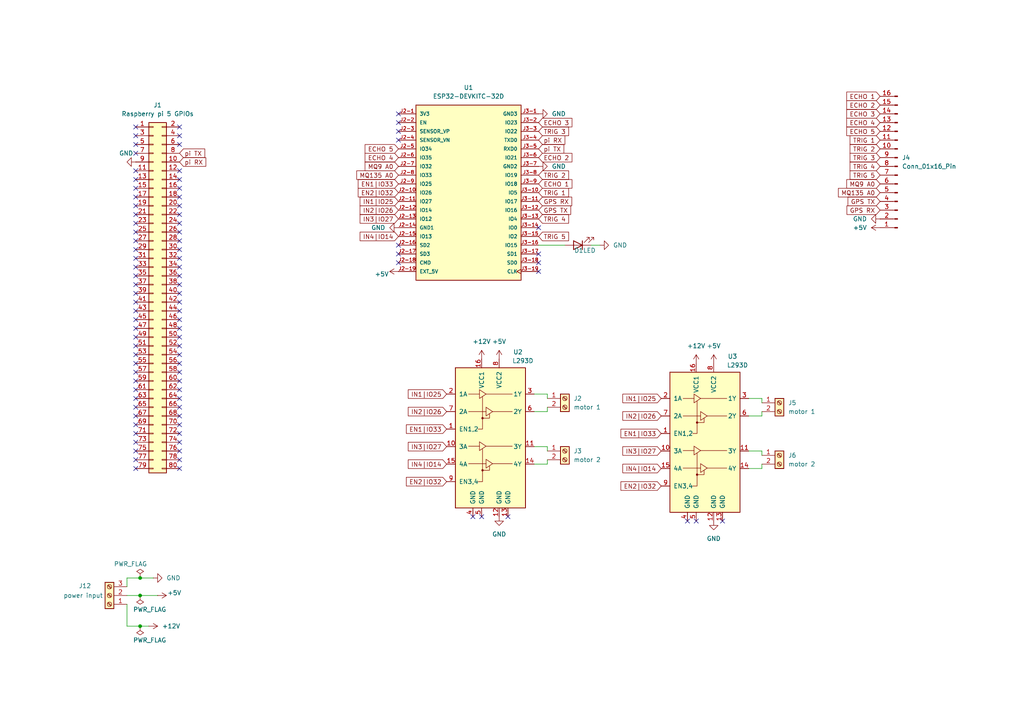
<source format=kicad_sch>
(kicad_sch (version 20250114) (generator "eeschema") (generator_version "9.0")
  (paper "A4")
  (lib_symbols
    (symbol "Connector:Conn_01x16_Pin" (pin_names (offset 1.016) (hide yes))
      (property "Reference" "J" (at 0 20.32 0))
      (property "Value" "Conn_01x16_Pin" (at 0 -22.86 0))
      (symbol "Conn_01x16_Pin_1_1"
        (rectangle (start 0.8636 17.907) (end 0 17.653) (stroke (width 0.1524)) (fill (type outline)))
        (rectangle (start 0.8636 15.367) (end 0 15.113) (stroke (width 0.1524)) (fill (type outline)))
        (rectangle (start 0.8636 12.827) (end 0 12.573) (stroke (width 0.1524)) (fill (type outline)))
        (rectangle (start 0.8636 10.287) (end 0 10.033) (stroke (width 0.1524)) (fill (type outline)))
        (rectangle (start 0.8636 7.747) (end 0 7.493) (stroke (width 0.1524)) (fill (type outline)))
        (rectangle (start 0.8636 5.207) (end 0 4.953) (stroke (width 0.1524)) (fill (type outline)))
        (rectangle (start 0.8636 2.667) (end 0 2.413) (stroke (width 0.1524)) (fill (type outline)))
        (rectangle (start 0.8636 0.127) (end 0 -0.127) (stroke (width 0.1524)) (fill (type outline)))
        (rectangle (start 0.8636 -2.413) (end 0 -2.667) (stroke (width 0.1524)) (fill (type outline)))
        (rectangle (start 0.8636 -4.953) (end 0 -5.207) (stroke (width 0.1524)) (fill (type outline)))
        (rectangle (start 0.8636 -7.493) (end 0 -7.747) (stroke (width 0.1524)) (fill (type outline)))
        (rectangle (start 0.8636 -10.033) (end 0 -10.287) (stroke (width 0.1524)) (fill (type outline)))
        (rectangle (start 0.8636 -12.573) (end 0 -12.827) (stroke (width 0.1524)) (fill (type outline)))
        (rectangle (start 0.8636 -15.113) (end 0 -15.367) (stroke (width 0.1524)) (fill (type outline)))
        (rectangle (start 0.8636 -17.653) (end 0 -17.907) (stroke (width 0.1524)) (fill (type outline)))
        (rectangle (start 0.8636 -20.193) (end 0 -20.447) (stroke (width 0.1524)) (fill (type outline)))
        (polyline (pts (xy 1.27 17.78) (xy 0.8636 17.78)) (stroke (width 0.1524)))
        (polyline (pts (xy 1.27 15.24) (xy 0.8636 15.24)) (stroke (width 0.1524)))
        (polyline (pts (xy 1.27 12.7) (xy 0.8636 12.7)) (stroke (width 0.1524)))
        (polyline (pts (xy 1.27 10.16) (xy 0.8636 10.16)) (stroke (width 0.1524)))
        (polyline (pts (xy 1.27 7.62) (xy 0.8636 7.62)) (stroke (width 0.1524)))
        (polyline (pts (xy 1.27 5.08) (xy 0.8636 5.08)) (stroke (width 0.1524)))
        (polyline (pts (xy 1.27 2.54) (xy 0.8636 2.54)) (stroke (width 0.1524)))
        (polyline (pts (xy 1.27 0) (xy 0.8636 0)) (stroke (width 0.1524)))
        (polyline (pts (xy 1.27 -2.54) (xy 0.8636 -2.54)) (stroke (width 0.1524)))
        (polyline (pts (xy 1.27 -5.08) (xy 0.8636 -5.08)) (stroke (width 0.1524)))
        (polyline (pts (xy 1.27 -7.62) (xy 0.8636 -7.62)) (stroke (width 0.1524)))
        (polyline (pts (xy 1.27 -10.16) (xy 0.8636 -10.16)) (stroke (width 0.1524)))
        (polyline (pts (xy 1.27 -12.7) (xy 0.8636 -12.7)) (stroke (width 0.1524)))
        (polyline (pts (xy 1.27 -15.24) (xy 0.8636 -15.24)) (stroke (width 0.1524)))
        (polyline (pts (xy 1.27 -17.78) (xy 0.8636 -17.78)) (stroke (width 0.1524)))
        (polyline (pts (xy 1.27 -20.32) (xy 0.8636 -20.32)) (stroke (width 0.1524)))
        (pin passive line (at 5.08 17.78 180) (length 3.81) (name "Pin_1") (number "1"))
        (pin passive line (at 5.08 15.24 180) (length 3.81) (name "Pin_2") (number "2"))
        (pin passive line (at 5.08 12.7 180) (length 3.81) (name "Pin_3") (number "3"))
        (pin passive line (at 5.08 10.16 180) (length 3.81) (name "Pin_4") (number "4"))
        (pin passive line (at 5.08 7.62 180) (length 3.81) (name "Pin_5") (number "5"))
        (pin passive line (at 5.08 5.08 180) (length 3.81) (name "Pin_6") (number "6"))
        (pin passive line (at 5.08 2.54 180) (length 3.81) (name "Pin_7") (number "7"))
        (pin passive line (at 5.08 0 180) (length 3.81) (name "Pin_8") (number "8"))
        (pin passive line (at 5.08 -2.54 180) (length 3.81) (name "Pin_9") (number "9"))
        (pin passive line (at 5.08 -5.08 180) (length 3.81) (name "Pin_10") (number "10"))
        (pin passive line (at 5.08 -7.62 180) (length 3.81) (name "Pin_11") (number "11"))
        (pin passive line (at 5.08 -10.16 180) (length 3.81) (name "Pin_12") (number "12"))
        (pin passive line (at 5.08 -12.7 180) (length 3.81) (name "Pin_13") (number "13"))
        (pin passive line (at 5.08 -15.24 180) (length 3.81) (name "Pin_14") (number "14"))
        (pin passive line (at 5.08 -17.78 180) (length 3.81) (name "Pin_15") (number "15"))
        (pin passive line (at 5.08 -20.32 180) (length 3.81) (name "Pin_16") (number "16"))
      )
    )
    (symbol "Connector:Screw_Terminal_01x02" (pin_names (offset 1.016) (hide yes))
      (property "Reference" "J" (at 0 2.54 0))
      (property "Value" "Screw_Terminal_01x02" (at 0 -5.08 0))
      (symbol "Screw_Terminal_01x02_1_1"
        (rectangle (start -1.27 1.27) (end 1.27 -3.81) (stroke (width 0.254)) (fill (type background)))
        (polyline (pts (xy -0.5334 0.3302) (xy 0.3302 -0.508)) (stroke (width 0.1524)))
        (polyline (pts (xy -0.5334 -2.2098) (xy 0.3302 -3.048)) (stroke (width 0.1524)))
        (polyline (pts (xy -0.3556 0.508) (xy 0.508 -0.3302)) (stroke (width 0.1524)))
        (polyline (pts (xy -0.3556 -2.032) (xy 0.508 -2.8702)) (stroke (width 0.1524)))
        (circle (center 0 0) (radius 0.635) (stroke (width 0.1524)))
        (circle (center 0 -2.54) (radius 0.635) (stroke (width 0.1524)))
        (pin passive line (at -5.08 0 0) (length 3.81) (name "Pin_1") (number "1"))
        (pin passive line (at -5.08 -2.54 0) (length 3.81) (name "Pin_2") (number "2"))
      )
    )
    (symbol "Connector:Screw_Terminal_01x03" (pin_names (offset 1.016) (hide yes))
      (property "Reference" "J" (at 0 5.08 0))
      (property "Value" "Screw_Terminal_01x03" (at 0 -5.08 0))
      (symbol "Screw_Terminal_01x03_1_1"
        (rectangle (start -1.27 3.81) (end 1.27 -3.81) (stroke (width 0.254)) (fill (type background)))
        (polyline (pts (xy -0.5334 2.8702) (xy 0.3302 2.032)) (stroke (width 0.1524)))
        (polyline (pts (xy -0.5334 0.3302) (xy 0.3302 -0.508)) (stroke (width 0.1524)))
        (polyline (pts (xy -0.5334 -2.2098) (xy 0.3302 -3.048)) (stroke (width 0.1524)))
        (polyline (pts (xy -0.3556 3.048) (xy 0.508 2.2098)) (stroke (width 0.1524)))
        (polyline (pts (xy -0.3556 0.508) (xy 0.508 -0.3302)) (stroke (width 0.1524)))
        (polyline (pts (xy -0.3556 -2.032) (xy 0.508 -2.8702)) (stroke (width 0.1524)))
        (circle (center 0 2.54) (radius 0.635) (stroke (width 0.1524)))
        (circle (center 0 0) (radius 0.635) (stroke (width 0.1524)))
        (circle (center 0 -2.54) (radius 0.635) (stroke (width 0.1524)))
        (pin passive line (at -5.08 2.54 0) (length 3.81) (name "Pin_1") (number "1"))
        (pin passive line (at -5.08 0 0) (length 3.81) (name "Pin_2") (number "2"))
        (pin passive line (at -5.08 -2.54 0) (length 3.81) (name "Pin_3") (number "3"))
      )
    )
    (symbol "Connector_Generic:Conn_02x40_Odd_Even" (pin_names (offset 1.016) (hide yes))
      (property "Reference" "J" (at 1.27 50.8 0))
      (property "Value" "Conn_02x40_Odd_Even" (at 1.27 -53.34 0))
      (symbol "Conn_02x40_Odd_Even_1_1"
        (rectangle (start -1.27 49.53) (end 3.81 -52.07) (stroke (width 0.254)) (fill (type background)))
        (rectangle (start -1.27 48.387) (end 0 48.133) (stroke (width 0.1524)))
        (rectangle (start -1.27 45.847) (end 0 45.593) (stroke (width 0.1524)))
        (rectangle (start -1.27 43.307) (end 0 43.053) (stroke (width 0.1524)))
        (rectangle (start -1.27 40.767) (end 0 40.513) (stroke (width 0.1524)))
        (rectangle (start -1.27 38.227) (end 0 37.973) (stroke (width 0.1524)))
        (rectangle (start -1.27 35.687) (end 0 35.433) (stroke (width 0.1524)))
        (rectangle (start -1.27 33.147) (end 0 32.893) (stroke (width 0.1524)))
        (rectangle (start -1.27 30.607) (end 0 30.353) (stroke (width 0.1524)))
        (rectangle (start -1.27 28.067) (end 0 27.813) (stroke (width 0.1524)))
        (rectangle (start -1.27 25.527) (end 0 25.273) (stroke (width 0.1524)))
        (rectangle (start -1.27 22.987) (end 0 22.733) (stroke (width 0.1524)))
        (rectangle (start -1.27 20.447) (end 0 20.193) (stroke (width 0.1524)))
        (rectangle (start -1.27 17.907) (end 0 17.653) (stroke (width 0.1524)))
        (rectangle (start -1.27 15.367) (end 0 15.113) (stroke (width 0.1524)))
        (rectangle (start -1.27 12.827) (end 0 12.573) (stroke (width 0.1524)))
        (rectangle (start -1.27 10.287) (end 0 10.033) (stroke (width 0.1524)))
        (rectangle (start -1.27 7.747) (end 0 7.493) (stroke (width 0.1524)))
        (rectangle (start -1.27 5.207) (end 0 4.953) (stroke (width 0.1524)))
        (rectangle (start -1.27 2.667) (end 0 2.413) (stroke (width 0.1524)))
        (rectangle (start -1.27 0.127) (end 0 -0.127) (stroke (width 0.1524)))
        (rectangle (start -1.27 -2.413) (end 0 -2.667) (stroke (width 0.1524)))
        (rectangle (start -1.27 -4.953) (end 0 -5.207) (stroke (width 0.1524)))
        (rectangle (start -1.27 -7.493) (end 0 -7.747) (stroke (width 0.1524)))
        (rectangle (start -1.27 -10.033) (end 0 -10.287) (stroke (width 0.1524)))
        (rectangle (start -1.27 -12.573) (end 0 -12.827) (stroke (width 0.1524)))
        (rectangle (start -1.27 -15.113) (end 0 -15.367) (stroke (width 0.1524)))
        (rectangle (start -1.27 -17.653) (end 0 -17.907) (stroke (width 0.1524)))
        (rectangle (start -1.27 -20.193) (end 0 -20.447) (stroke (width 0.1524)))
        (rectangle (start -1.27 -22.733) (end 0 -22.987) (stroke (width 0.1524)))
        (rectangle (start -1.27 -25.273) (end 0 -25.527) (stroke (width 0.1524)))
        (rectangle (start -1.27 -27.813) (end 0 -28.067) (stroke (width 0.1524)))
        (rectangle (start -1.27 -30.353) (end 0 -30.607) (stroke (width 0.1524)))
        (rectangle (start -1.27 -32.893) (end 0 -33.147) (stroke (width 0.1524)))
        (rectangle (start -1.27 -35.433) (end 0 -35.687) (stroke (width 0.1524)))
        (rectangle (start -1.27 -37.973) (end 0 -38.227) (stroke (width 0.1524)))
        (rectangle (start -1.27 -40.513) (end 0 -40.767) (stroke (width 0.1524)))
        (rectangle (start -1.27 -43.053) (end 0 -43.307) (stroke (width 0.1524)))
        (rectangle (start -1.27 -45.593) (end 0 -45.847) (stroke (width 0.1524)))
        (rectangle (start -1.27 -48.133) (end 0 -48.387) (stroke (width 0.1524)))
        (rectangle (start -1.27 -50.673) (end 0 -50.927) (stroke (width 0.1524)))
        (rectangle (start 3.81 48.387) (end 2.54 48.133) (stroke (width 0.1524)))
        (rectangle (start 3.81 45.847) (end 2.54 45.593) (stroke (width 0.1524)))
        (rectangle (start 3.81 43.307) (end 2.54 43.053) (stroke (width 0.1524)))
        (rectangle (start 3.81 40.767) (end 2.54 40.513) (stroke (width 0.1524)))
        (rectangle (start 3.81 38.227) (end 2.54 37.973) (stroke (width 0.1524)))
        (rectangle (start 3.81 35.687) (end 2.54 35.433) (stroke (width 0.1524)))
        (rectangle (start 3.81 33.147) (end 2.54 32.893) (stroke (width 0.1524)))
        (rectangle (start 3.81 30.607) (end 2.54 30.353) (stroke (width 0.1524)))
        (rectangle (start 3.81 28.067) (end 2.54 27.813) (stroke (width 0.1524)))
        (rectangle (start 3.81 25.527) (end 2.54 25.273) (stroke (width 0.1524)))
        (rectangle (start 3.81 22.987) (end 2.54 22.733) (stroke (width 0.1524)))
        (rectangle (start 3.81 20.447) (end 2.54 20.193) (stroke (width 0.1524)))
        (rectangle (start 3.81 17.907) (end 2.54 17.653) (stroke (width 0.1524)))
        (rectangle (start 3.81 15.367) (end 2.54 15.113) (stroke (width 0.1524)))
        (rectangle (start 3.81 12.827) (end 2.54 12.573) (stroke (width 0.1524)))
        (rectangle (start 3.81 10.287) (end 2.54 10.033) (stroke (width 0.1524)))
        (rectangle (start 3.81 7.747) (end 2.54 7.493) (stroke (width 0.1524)))
        (rectangle (start 3.81 5.207) (end 2.54 4.953) (stroke (width 0.1524)))
        (rectangle (start 3.81 2.667) (end 2.54 2.413) (stroke (width 0.1524)))
        (rectangle (start 3.81 0.127) (end 2.54 -0.127) (stroke (width 0.1524)))
        (rectangle (start 3.81 -2.413) (end 2.54 -2.667) (stroke (width 0.1524)))
        (rectangle (start 3.81 -4.953) (end 2.54 -5.207) (stroke (width 0.1524)))
        (rectangle (start 3.81 -7.493) (end 2.54 -7.747) (stroke (width 0.1524)))
        (rectangle (start 3.81 -10.033) (end 2.54 -10.287) (stroke (width 0.1524)))
        (rectangle (start 3.81 -12.573) (end 2.54 -12.827) (stroke (width 0.1524)))
        (rectangle (start 3.81 -15.113) (end 2.54 -15.367) (stroke (width 0.1524)))
        (rectangle (start 3.81 -17.653) (end 2.54 -17.907) (stroke (width 0.1524)))
        (rectangle (start 3.81 -20.193) (end 2.54 -20.447) (stroke (width 0.1524)))
        (rectangle (start 3.81 -22.733) (end 2.54 -22.987) (stroke (width 0.1524)))
        (rectangle (start 3.81 -25.273) (end 2.54 -25.527) (stroke (width 0.1524)))
        (rectangle (start 3.81 -27.813) (end 2.54 -28.067) (stroke (width 0.1524)))
        (rectangle (start 3.81 -30.353) (end 2.54 -30.607) (stroke (width 0.1524)))
        (rectangle (start 3.81 -32.893) (end 2.54 -33.147) (stroke (width 0.1524)))
        (rectangle (start 3.81 -35.433) (end 2.54 -35.687) (stroke (width 0.1524)))
        (rectangle (start 3.81 -37.973) (end 2.54 -38.227) (stroke (width 0.1524)))
        (rectangle (start 3.81 -40.513) (end 2.54 -40.767) (stroke (width 0.1524)))
        (rectangle (start 3.81 -43.053) (end 2.54 -43.307) (stroke (width 0.1524)))
        (rectangle (start 3.81 -45.593) (end 2.54 -45.847) (stroke (width 0.1524)))
        (rectangle (start 3.81 -48.133) (end 2.54 -48.387) (stroke (width 0.1524)))
        (rectangle (start 3.81 -50.673) (end 2.54 -50.927) (stroke (width 0.1524)))
        (pin passive line (at -5.08 48.26 0) (length 3.81) (name "Pin_1") (number "1"))
        (pin passive line (at -5.08 45.72 0) (length 3.81) (name "Pin_3") (number "3"))
        (pin passive line (at -5.08 43.18 0) (length 3.81) (name "Pin_5") (number "5"))
        (pin passive line (at -5.08 40.64 0) (length 3.81) (name "Pin_7") (number "7"))
        (pin passive line (at -5.08 38.1 0) (length 3.81) (name "Pin_9") (number "9"))
        (pin passive line (at -5.08 35.56 0) (length 3.81) (name "Pin_11") (number "11"))
        (pin passive line (at -5.08 33.02 0) (length 3.81) (name "Pin_13") (number "13"))
        (pin passive line (at -5.08 30.48 0) (length 3.81) (name "Pin_15") (number "15"))
        (pin passive line (at -5.08 27.94 0) (length 3.81) (name "Pin_17") (number "17"))
        (pin passive line (at -5.08 25.4 0) (length 3.81) (name "Pin_19") (number "19"))
        (pin passive line (at -5.08 22.86 0) (length 3.81) (name "Pin_21") (number "21"))
        (pin passive line (at -5.08 20.32 0) (length 3.81) (name "Pin_23") (number "23"))
        (pin passive line (at -5.08 17.78 0) (length 3.81) (name "Pin_25") (number "25"))
        (pin passive line (at -5.08 15.24 0) (length 3.81) (name "Pin_27") (number "27"))
        (pin passive line (at -5.08 12.7 0) (length 3.81) (name "Pin_29") (number "29"))
        (pin passive line (at -5.08 10.16 0) (length 3.81) (name "Pin_31") (number "31"))
        (pin passive line (at -5.08 7.62 0) (length 3.81) (name "Pin_33") (number "33"))
        (pin passive line (at -5.08 5.08 0) (length 3.81) (name "Pin_35") (number "35"))
        (pin passive line (at -5.08 2.54 0) (length 3.81) (name "Pin_37") (number "37"))
        (pin passive line (at -5.08 0 0) (length 3.81) (name "Pin_39") (number "39"))
        (pin passive line (at -5.08 -2.54 0) (length 3.81) (name "Pin_41") (number "41"))
        (pin passive line (at -5.08 -5.08 0) (length 3.81) (name "Pin_43") (number "43"))
        (pin passive line (at -5.08 -7.62 0) (length 3.81) (name "Pin_45") (number "45"))
        (pin passive line (at -5.08 -10.16 0) (length 3.81) (name "Pin_47") (number "47"))
        (pin passive line (at -5.08 -12.7 0) (length 3.81) (name "Pin_49") (number "49"))
        (pin passive line (at -5.08 -15.24 0) (length 3.81) (name "Pin_51") (number "51"))
        (pin passive line (at -5.08 -17.78 0) (length 3.81) (name "Pin_53") (number "53"))
        (pin passive line (at -5.08 -20.32 0) (length 3.81) (name "Pin_55") (number "55"))
        (pin passive line (at -5.08 -22.86 0) (length 3.81) (name "Pin_57") (number "57"))
        (pin passive line (at -5.08 -25.4 0) (length 3.81) (name "Pin_59") (number "59"))
        (pin passive line (at -5.08 -27.94 0) (length 3.81) (name "Pin_61") (number "61"))
        (pin passive line (at -5.08 -30.48 0) (length 3.81) (name "Pin_63") (number "63"))
        (pin passive line (at -5.08 -33.02 0) (length 3.81) (name "Pin_65") (number "65"))
        (pin passive line (at -5.08 -35.56 0) (length 3.81) (name "Pin_67") (number "67"))
        (pin passive line (at -5.08 -38.1 0) (length 3.81) (name "Pin_69") (number "69"))
        (pin passive line (at -5.08 -40.64 0) (length 3.81) (name "Pin_71") (number "71"))
        (pin passive line (at -5.08 -43.18 0) (length 3.81) (name "Pin_73") (number "73"))
        (pin passive line (at -5.08 -45.72 0) (length 3.81) (name "Pin_75") (number "75"))
        (pin passive line (at -5.08 -48.26 0) (length 3.81) (name "Pin_77") (number "77"))
        (pin passive line (at -5.08 -50.8 0) (length 3.81) (name "Pin_79") (number "79"))
        (pin passive line (at 7.62 48.26 180) (length 3.81) (name "Pin_2") (number "2"))
        (pin passive line (at 7.62 45.72 180) (length 3.81) (name "Pin_4") (number "4"))
        (pin passive line (at 7.62 43.18 180) (length 3.81) (name "Pin_6") (number "6"))
        (pin passive line (at 7.62 40.64 180) (length 3.81) (name "Pin_8") (number "8"))
        (pin passive line (at 7.62 38.1 180) (length 3.81) (name "Pin_10") (number "10"))
        (pin passive line (at 7.62 35.56 180) (length 3.81) (name "Pin_12") (number "12"))
        (pin passive line (at 7.62 33.02 180) (length 3.81) (name "Pin_14") (number "14"))
        (pin passive line (at 7.62 30.48 180) (length 3.81) (name "Pin_16") (number "16"))
        (pin passive line (at 7.62 27.94 180) (length 3.81) (name "Pin_18") (number "18"))
        (pin passive line (at 7.62 25.4 180) (length 3.81) (name "Pin_20") (number "20"))
        (pin passive line (at 7.62 22.86 180) (length 3.81) (name "Pin_22") (number "22"))
        (pin passive line (at 7.62 20.32 180) (length 3.81) (name "Pin_24") (number "24"))
        (pin passive line (at 7.62 17.78 180) (length 3.81) (name "Pin_26") (number "26"))
        (pin passive line (at 7.62 15.24 180) (length 3.81) (name "Pin_28") (number "28"))
        (pin passive line (at 7.62 12.7 180) (length 3.81) (name "Pin_30") (number "30"))
        (pin passive line (at 7.62 10.16 180) (length 3.81) (name "Pin_32") (number "32"))
        (pin passive line (at 7.62 7.62 180) (length 3.81) (name "Pin_34") (number "34"))
        (pin passive line (at 7.62 5.08 180) (length 3.81) (name "Pin_36") (number "36"))
        (pin passive line (at 7.62 2.54 180) (length 3.81) (name "Pin_38") (number "38"))
        (pin passive line (at 7.62 0 180) (length 3.81) (name "Pin_40") (number "40"))
        (pin passive line (at 7.62 -2.54 180) (length 3.81) (name "Pin_42") (number "42"))
        (pin passive line (at 7.62 -5.08 180) (length 3.81) (name "Pin_44") (number "44"))
        (pin passive line (at 7.62 -7.62 180) (length 3.81) (name "Pin_46") (number "46"))
        (pin passive line (at 7.62 -10.16 180) (length 3.81) (name "Pin_48") (number "48"))
        (pin passive line (at 7.62 -12.7 180) (length 3.81) (name "Pin_50") (number "50"))
        (pin passive line (at 7.62 -15.24 180) (length 3.81) (name "Pin_52") (number "52"))
        (pin passive line (at 7.62 -17.78 180) (length 3.81) (name "Pin_54") (number "54"))
        (pin passive line (at 7.62 -20.32 180) (length 3.81) (name "Pin_56") (number "56"))
        (pin passive line (at 7.62 -22.86 180) (length 3.81) (name "Pin_58") (number "58"))
        (pin passive line (at 7.62 -25.4 180) (length 3.81) (name "Pin_60") (number "60"))
        (pin passive line (at 7.62 -27.94 180) (length 3.81) (name "Pin_62") (number "62"))
        (pin passive line (at 7.62 -30.48 180) (length 3.81) (name "Pin_64") (number "64"))
        (pin passive line (at 7.62 -33.02 180) (length 3.81) (name "Pin_66") (number "66"))
        (pin passive line (at 7.62 -35.56 180) (length 3.81) (name "Pin_68") (number "68"))
        (pin passive line (at 7.62 -38.1 180) (length 3.81) (name "Pin_70") (number "70"))
        (pin passive line (at 7.62 -40.64 180) (length 3.81) (name "Pin_72") (number "72"))
        (pin passive line (at 7.62 -43.18 180) (length 3.81) (name "Pin_74") (number "74"))
        (pin passive line (at 7.62 -45.72 180) (length 3.81) (name "Pin_76") (number "76"))
        (pin passive line (at 7.62 -48.26 180) (length 3.81) (name "Pin_78") (number "78"))
        (pin passive line (at 7.62 -50.8 180) (length 3.81) (name "Pin_80") (number "80"))
      )
    )
    (symbol "Device:LED" (pin_numbers (hide yes)) (pin_names (offset 1.016) (hide yes))
      (property "Reference" "D" (at 0 2.54 0))
      (property "Value" "LED" (at 0 -2.54 0))
      (symbol "LED_0_1"
        (polyline (pts (xy -3.048 -0.762) (xy -4.572 -2.286) (xy -3.81 -2.286) (xy -4.572 -2.286) (xy -4.572 -1.524)))
        (polyline (pts (xy -1.778 -0.762) (xy -3.302 -2.286) (xy -2.54 -2.286) (xy -3.302 -2.286) (xy -3.302 -1.524)))
        (polyline (pts (xy -1.27 0) (xy 1.27 0)))
        (polyline (pts (xy -1.27 -1.27) (xy -1.27 1.27)) (stroke (width 0.254)))
        (polyline (pts (xy 1.27 -1.27) (xy 1.27 1.27) (xy -1.27 0) (xy 1.27 -1.27)) (stroke (width 0.254)))
      )
      (symbol "LED_1_1"
        (pin passive line (at -3.81 0 0) (length 2.54) (name "K") (number "1"))
        (pin passive line (at 3.81 0 180) (length 2.54) (name "A") (number "2"))
      )
    )
    (symbol "Driver_Motor:L293D" (pin_names (offset 1.016))
      (property "Reference" "U" (at -5.08 26.035 0))
      (property "Value" "L293D" (at -5.08 24.13 0))
      (symbol "L293D_0_1"
        (rectangle (start -10.16 22.86) (end 10.16 -17.78) (stroke (width 0.254)) (fill (type background)))
        (polyline (pts (xy -6.35 15.24) (xy -3.175 15.24)))
        (polyline (pts (xy -6.35 10.16) (xy -1.27 10.16)))
        (polyline (pts (xy -6.35 0.127) (xy -3.175 0.127)))
        (polyline (pts (xy -6.35 -4.953) (xy -1.27 -4.953)))
        (polyline (pts (xy -3.175 16.51) (xy -3.175 13.97) (xy -1.27 15.24) (xy -3.175 16.51)))
        (polyline (pts (xy -3.175 1.397) (xy -3.175 -1.143) (xy -1.27 0.127) (xy -3.175 1.397)))
        (polyline (pts (xy -2.286 14.478) (xy -2.286 5.08) (xy -3.556 5.08)))
        (circle (center -2.286 8.255) (radius 0.254) (fill (type outline)))
        (polyline (pts (xy -2.286 8.255) (xy -0.254 8.255) (xy -0.254 9.525)))
        (polyline (pts (xy -2.286 -0.635) (xy -2.286 -10.16) (xy -3.556 -10.16)))
        (circle (center -2.286 -6.858) (radius 0.254) (fill (type outline)))
        (polyline (pts (xy -2.286 -6.858) (xy -0.254 -6.858) (xy -0.254 -5.588)))
        (polyline (pts (xy -1.27 15.24) (xy 6.35 15.24)))
        (polyline (pts (xy -1.27 11.43) (xy -1.27 8.89) (xy 0.635 10.16) (xy -1.27 11.43)))
        (polyline (pts (xy -1.27 0.127) (xy 6.35 0.127)))
        (polyline (pts (xy -1.27 -3.683) (xy -1.27 -6.223) (xy 0.635 -4.953) (xy -1.27 -3.683)))
        (polyline (pts (xy 0.635 10.16) (xy 6.35 10.16)))
        (polyline (pts (xy 0.635 -4.953) (xy 6.35 -4.953)))
      )
      (symbol "L293D_1_1"
        (pin input line (at -12.7 15.24 0) (length 2.54) (name "1A") (number "2"))
        (pin input line (at -12.7 10.16 0) (length 2.54) (name "2A") (number "7"))
        (pin input line (at -12.7 5.08 0) (length 2.54) (name "EN1,2") (number "1"))
        (pin input line (at -12.7 0 0) (length 2.54) (name "3A") (number "10"))
        (pin input line (at -12.7 -5.08 0) (length 2.54) (name "4A") (number "15"))
        (pin input line (at -12.7 -10.16 0) (length 2.54) (name "EN3,4") (number "9"))
        (pin power_in line (at -5.08 -20.32 90) (length 2.54) (name "GND") (number "4"))
        (pin power_in line (at -2.54 25.4 270) (length 2.54) (name "VCC1") (number "16"))
        (pin power_in line (at -2.54 -20.32 90) (length 2.54) (name "GND") (number "5"))
        (pin power_in line (at 2.54 25.4 270) (length 2.54) (name "VCC2") (number "8"))
        (pin power_in line (at 2.54 -20.32 90) (length 2.54) (name "GND") (number "12"))
        (pin power_in line (at 5.08 -20.32 90) (length 2.54) (name "GND") (number "13"))
        (pin output line (at 12.7 15.24 180) (length 2.54) (name "1Y") (number "3"))
        (pin output line (at 12.7 10.16 180) (length 2.54) (name "2Y") (number "6"))
        (pin output line (at 12.7 0 180) (length 2.54) (name "3Y") (number "11"))
        (pin output line (at 12.7 -5.08 180) (length 2.54) (name "4Y") (number "14"))
      )
    )
    (symbol "ESP32-DEVKITC-32D:ESP32-DEVKITC-32D" (pin_names (offset 1.016))
      (property "Reference" "U" (at -15.2572 26.0643 0))
      (property "Value" "ESP32-DEVKITC-32D" (at -15.2563 -27.9698 0))
      (symbol "ESP32-DEVKITC-32D_0_0"
        (rectangle (start -15.24 -25.4) (end 15.24 25.4) (stroke (width 0.254)) (fill (type background)))
        (pin power_in line (at -20.32 22.86 0) (length 5.08) (name "3V3") (number "J2-1"))
        (pin input line (at -20.32 20.32 0) (length 5.08) (name "EN") (number "J2-2"))
        (pin input line (at -20.32 17.78 0) (length 5.08) (name "SENSOR_VP") (number "J2-3"))
        (pin input line (at -20.32 15.24 0) (length 5.08) (name "SENSOR_VN") (number "J2-4"))
        (pin bidirectional line (at -20.32 12.7 0) (length 5.08) (name "IO34") (number "J2-5"))
        (pin bidirectional line (at -20.32 10.16 0) (length 5.08) (name "IO35") (number "J2-6"))
        (pin bidirectional line (at -20.32 7.62 0) (length 5.08) (name "IO32") (number "J2-7"))
        (pin bidirectional line (at -20.32 5.08 0) (length 5.08) (name "IO33") (number "J2-8"))
        (pin bidirectional line (at -20.32 2.54 0) (length 5.08) (name "IO25") (number "J2-9"))
        (pin bidirectional line (at -20.32 0 0) (length 5.08) (name "IO26") (number "J2-10"))
        (pin bidirectional line (at -20.32 -2.54 0) (length 5.08) (name "IO27") (number "J2-11"))
        (pin bidirectional line (at -20.32 -5.08 0) (length 5.08) (name "IO14") (number "J2-12"))
        (pin bidirectional line (at -20.32 -7.62 0) (length 5.08) (name "IO12") (number "J2-13"))
        (pin power_in line (at -20.32 -10.16 0) (length 5.08) (name "GND1") (number "J2-14"))
        (pin bidirectional line (at -20.32 -12.7 0) (length 5.08) (name "IO13") (number "J2-15"))
        (pin bidirectional line (at -20.32 -15.24 0) (length 5.08) (name "SD2") (number "J2-16"))
        (pin bidirectional line (at -20.32 -17.78 0) (length 5.08) (name "SD3") (number "J2-17"))
        (pin bidirectional line (at -20.32 -20.32 0) (length 5.08) (name "CMD") (number "J2-18"))
        (pin power_in line (at -20.32 -22.86 0) (length 5.08) (name "EXT_5V") (number "J2-19"))
        (pin power_in line (at 20.32 22.86 180) (length 5.08) (name "GND3") (number "J3-1"))
        (pin bidirectional line (at 20.32 20.32 180) (length 5.08) (name "IO23") (number "J3-2"))
        (pin bidirectional line (at 20.32 17.78 180) (length 5.08) (name "IO22") (number "J3-3"))
        (pin output line (at 20.32 15.24 180) (length 5.08) (name "TXD0") (number "J3-4"))
        (pin input line (at 20.32 12.7 180) (length 5.08) (name "RXD0") (number "J3-5"))
        (pin bidirectional line (at 20.32 10.16 180) (length 5.08) (name "IO21") (number "J3-6"))
        (pin power_in line (at 20.32 7.62 180) (length 5.08) (name "GND2") (number "J3-7"))
        (pin bidirectional line (at 20.32 5.08 180) (length 5.08) (name "IO19") (number "J3-8"))
        (pin bidirectional line (at 20.32 2.54 180) (length 5.08) (name "IO18") (number "J3-9"))
        (pin bidirectional line (at 20.32 0 180) (length 5.08) (name "IO5") (number "J3-10"))
        (pin bidirectional line (at 20.32 -2.54 180) (length 5.08) (name "IO17") (number "J3-11"))
        (pin bidirectional line (at 20.32 -5.08 180) (length 5.08) (name "IO16") (number "J3-12"))
        (pin bidirectional line (at 20.32 -7.62 180) (length 5.08) (name "IO4") (number "J3-13"))
        (pin bidirectional line (at 20.32 -10.16 180) (length 5.08) (name "IO0") (number "J3-14"))
        (pin bidirectional line (at 20.32 -12.7 180) (length 5.08) (name "IO2") (number "J3-15"))
        (pin bidirectional line (at 20.32 -15.24 180) (length 5.08) (name "IO15") (number "J3-16"))
        (pin bidirectional line (at 20.32 -17.78 180) (length 5.08) (name "SD1") (number "J3-17"))
        (pin bidirectional line (at 20.32 -20.32 180) (length 5.08) (name "SD0") (number "J3-18"))
        (pin input clock (at 20.32 -22.86 180) (length 5.08) (name "CLK") (number "J3-19"))
      )
    )
    (symbol "power:+12V" (power) (pin_numbers (hide yes)) (pin_names (offset 0) (hide yes))
      (property "Value" "+12V" (at 0 3.556 0))
      (symbol "+12V_0_1"
        (polyline (pts (xy -0.762 1.27) (xy 0 2.54)))
        (polyline (pts (xy 0 2.54) (xy 0.762 1.27)))
        (polyline (pts (xy 0 0) (xy 0 2.54)))
      )
      (symbol "+12V_1_1"
        (pin power_in line (at 0 0 90) (length 0) (name "~") (number "1"))
      )
    )
    (symbol "power:+5V" (power) (pin_numbers (hide yes)) (pin_names (offset 0) (hide yes))
      (property "Value" "+5V" (at 0 3.556 0))
      (symbol "+5V_0_1"
        (polyline (pts (xy -0.762 1.27) (xy 0 2.54)))
        (polyline (pts (xy 0 2.54) (xy 0.762 1.27)))
        (polyline (pts (xy 0 0) (xy 0 2.54)))
      )
      (symbol "+5V_1_1"
        (pin power_in line (at 0 0 90) (length 0) (name "~") (number "1"))
      )
    )
    (symbol "power:GND" (power) (pin_numbers (hide yes)) (pin_names (offset 0) (hide yes))
      (property "Value" "GND" (at 0 -3.81 0))
      (symbol "GND_0_1"
        (polyline (pts (xy 0 0) (xy 0 -1.27) (xy 1.27 -1.27) (xy 0 -2.54) (xy -1.27 -1.27) (xy 0 -1.27)))
      )
      (symbol "GND_1_1"
        (pin power_in line (at 0 0 270) (length 0) (name "~") (number "1"))
      )
    )
    (symbol "power:PWR_FLAG" (power) (pin_numbers (hide yes)) (pin_names (offset 0) (hide yes))
      (property "Value" "PWR_FLAG" (at 0 3.81 0))
      (symbol "PWR_FLAG_0_0"
        (pin power_out line (at 0 0 90) (length 0) (name "~") (number "1"))
      )
      (symbol "PWR_FLAG_0_1"
        (polyline (pts (xy 0 0) (xy 0 1.27) (xy -1.016 1.905) (xy 0 2.54) (xy 1.016 1.905) (xy 0 1.27)))
      )
    )
  )
  (junction (at 40.64 172.72))
  (junction (at 40.64 181.61))
  (junction (at 40.64 167.64))
  (no_connect (at 39.37 97.79))
  (no_connect (at 52.07 87.63))
  (no_connect (at 39.37 54.61))
  (no_connect (at 39.37 123.19))
  (no_connect (at 156.21 66.04))
  (no_connect (at 52.07 77.47))
  (no_connect (at 52.07 90.17))
  (no_connect (at 115.57 35.56))
  (no_connect (at 39.37 87.63))
  (no_connect (at 39.37 64.77))
  (no_connect (at 52.07 128.27))
  (no_connect (at 115.57 38.1))
  (no_connect (at 39.37 105.41))
  (no_connect (at 52.07 97.79))
  (no_connect (at 39.37 133.35))
  (no_connect (at 52.07 54.61))
  (no_connect (at 39.37 125.73))
  (no_connect (at 39.37 57.15))
  (no_connect (at 39.37 115.57))
  (no_connect (at 39.37 90.17))
  (no_connect (at 156.21 76.2))
  (no_connect (at 139.7 149.86))
  (no_connect (at 39.37 113.03))
  (no_connect (at 39.37 74.93))
  (no_connect (at 39.37 80.01))
  (no_connect (at 52.07 52.07))
  (no_connect (at 52.07 92.71))
  (no_connect (at 52.07 57.15))
  (no_connect (at 39.37 52.07))
  (no_connect (at 115.57 33.02))
  (no_connect (at 147.32 149.86))
  (no_connect (at 39.37 59.69))
  (no_connect (at 52.07 100.33))
  (no_connect (at 52.07 113.03))
  (no_connect (at 52.07 69.85))
  (no_connect (at 52.07 105.41))
  (no_connect (at 52.07 120.65))
  (no_connect (at 39.37 82.55))
  (no_connect (at 52.07 107.95))
  (no_connect (at 39.37 120.65))
  (no_connect (at 39.37 102.87))
  (no_connect (at 39.37 72.39))
  (no_connect (at 39.37 107.95))
  (no_connect (at 52.07 74.93))
  (no_connect (at 52.07 118.11))
  (no_connect (at 52.07 102.87))
  (no_connect (at 137.16 149.86))
  (no_connect (at 52.07 67.31))
  (no_connect (at 39.37 77.47))
  (no_connect (at 39.37 128.27))
  (no_connect (at 52.07 59.69))
  (no_connect (at 52.07 85.09))
  (no_connect (at 39.37 100.33))
  (no_connect (at 52.07 125.73))
  (no_connect (at 39.37 110.49))
  (no_connect (at 52.07 82.55))
  (no_connect (at 52.07 130.81))
  (no_connect (at 39.37 69.85))
  (no_connect (at 39.37 85.09))
  (no_connect (at 39.37 62.23))
  (no_connect (at 156.21 73.66))
  (no_connect (at 52.07 95.25))
  (no_connect (at 115.57 73.66))
  (no_connect (at 39.37 130.81))
  (no_connect (at 115.57 71.12))
  (no_connect (at 52.07 110.49))
  (no_connect (at 52.07 123.19))
  (no_connect (at 39.37 118.11))
  (no_connect (at 52.07 39.37))
  (no_connect (at 199.39 151.13))
  (no_connect (at 39.37 36.83))
  (no_connect (at 52.07 135.89))
  (no_connect (at 156.21 78.74))
  (no_connect (at 52.07 115.57))
  (no_connect (at 39.37 44.45))
  (no_connect (at 52.07 133.35))
  (no_connect (at 52.07 80.01))
  (no_connect (at 39.37 95.25))
  (no_connect (at 52.07 72.39))
  (no_connect (at 115.57 76.2))
  (no_connect (at 39.37 41.91))
  (no_connect (at 39.37 92.71))
  (no_connect (at 52.07 41.91))
  (no_connect (at 39.37 49.53))
  (no_connect (at 52.07 62.23))
  (no_connect (at 115.57 40.64))
  (no_connect (at 209.55 151.13))
  (no_connect (at 52.07 49.53))
  (no_connect (at 52.07 64.77))
  (no_connect (at 201.93 151.13))
  (no_connect (at 39.37 39.37))
  (no_connect (at 52.07 36.83))
  (no_connect (at 39.37 135.89))
  (no_connect (at 39.37 67.31))
  (wire (pts (xy 158.75 119.38) (xy 158.75 118.11)))
  (wire (pts (xy 40.64 181.61) (xy 43.18 181.61)))
  (wire (pts (xy 158.75 134.62) (xy 158.75 133.35)))
  (wire (pts (xy 40.64 167.64) (xy 44.45 167.64)))
  (wire (pts (xy 154.94 119.38) (xy 158.75 119.38)))
  (wire (pts (xy 36.83 181.61) (xy 40.64 181.61)))
  (wire (pts (xy 36.83 175.26) (xy 36.83 181.61)))
  (wire (pts (xy 217.17 130.81) (xy 220.98 130.81)))
  (wire (pts (xy 217.17 120.65) (xy 220.98 120.65)))
  (wire (pts (xy 36.83 167.64) (xy 40.64 167.64)))
  (wire (pts (xy 154.94 134.62) (xy 158.75 134.62)))
  (wire (pts (xy 220.98 120.65) (xy 220.98 119.38)))
  (wire (pts (xy 217.17 135.89) (xy 220.98 135.89)))
  (wire (pts (xy 36.83 167.64) (xy 36.83 170.18)))
  (wire (pts (xy 36.83 172.72) (xy 40.64 172.72)))
  (wire (pts (xy 171.45 71.12) (xy 173.99 71.12)))
  (wire (pts (xy 220.98 130.81) (xy 220.98 132.08)))
  (wire (pts (xy 217.17 115.57) (xy 220.98 115.57)))
  (wire (pts (xy 220.98 135.89) (xy 220.98 134.62)))
  (wire (pts (xy 156.21 71.12) (xy 163.83 71.12)))
  (wire (pts (xy 154.94 129.54) (xy 158.75 129.54)))
  (wire (pts (xy 154.94 114.3) (xy 158.75 114.3)))
  (wire (pts (xy 40.64 172.72) (xy 45.72 172.72)))
  (wire (pts (xy 158.75 114.3) (xy 158.75 115.57)))
  (wire (pts (xy 220.98 115.57) (xy 220.98 116.84)))
  (wire (pts (xy 158.75 129.54) (xy 158.75 130.81)))
  (global_label "GPS RX" (shape input) (at 156.21 58.42 0) (property "Intersheetrefs" "${INTERSHEET_REFS}" (effects (hide yes))))
  (global_label "TRIG 4" (shape input) (at 255.27 48.26 180) (property "Intersheetrefs" "${INTERSHEET_REFS}" (effects (hide yes))))
  (global_label "GPS TX" (shape input) (at 156.21 60.96 0) (property "Intersheetrefs" "${INTERSHEET_REFS}" (effects (hide yes))))
  (global_label "EN2|IO32" (shape input) (at 129.54 139.7 180) (property "Intersheetrefs" "${INTERSHEET_REFS}" (effects (hide yes))))
  (global_label "MQ9 A0" (shape input) (at 115.57 48.26 180) (property "Intersheetrefs" "${INTERSHEET_REFS}" (effects (hide yes))))
  (global_label "MQ135 A0" (shape input) (at 255.27 55.88 180) (property "Intersheetrefs" "${INTERSHEET_REFS}" (effects (hide yes))))
  (global_label "EN1|IO33" (shape input) (at 129.54 124.46 180) (property "Intersheetrefs" "${INTERSHEET_REFS}" (effects (hide yes))))
  (global_label "MQ135 A0" (shape input) (at 115.57 50.8 180) (property "Intersheetrefs" "${INTERSHEET_REFS}" (effects (hide yes))))
  (global_label "ECHO 5" (shape input) (at 255.27 38.1 180) (property "Intersheetrefs" "${INTERSHEET_REFS}" (effects (hide yes))))
  (global_label "IN1|IO25" (shape input) (at 129.54 114.3 180) (property "Intersheetrefs" "${INTERSHEET_REFS}" (effects (hide yes))))
  (global_label "EN2|IO32" (shape input) (at 115.57 55.88 180) (property "Intersheetrefs" "${INTERSHEET_REFS}" (effects (hide yes))))
  (global_label "TRIG 1" (shape input) (at 255.27 40.64 180) (property "Intersheetrefs" "${INTERSHEET_REFS}" (effects (hide yes))))
  (global_label "ECHO 3" (shape input) (at 156.21 35.56 0) (property "Intersheetrefs" "${INTERSHEET_REFS}" (effects (hide yes))))
  (global_label "IN3|IO27" (shape input) (at 191.77 130.81 180) (property "Intersheetrefs" "${INTERSHEET_REFS}" (effects (hide yes))))
  (global_label "pi RX" (shape input) (at 156.21 40.64 0) (property "Intersheetrefs" "${INTERSHEET_REFS}" (effects (hide yes))))
  (global_label "EN1|IO33" (shape input) (at 191.77 125.73 180) (property "Intersheetrefs" "${INTERSHEET_REFS}" (effects (hide yes))))
  (global_label "IN1|IO25" (shape input) (at 191.77 115.57 180) (property "Intersheetrefs" "${INTERSHEET_REFS}" (effects (hide yes))))
  (global_label "TRIG 4" (shape input) (at 156.21 63.5 0) (property "Intersheetrefs" "${INTERSHEET_REFS}" (effects (hide yes))))
  (global_label "TRIG 1" (shape input) (at 156.21 55.88 0) (property "Intersheetrefs" "${INTERSHEET_REFS}" (effects (hide yes))))
  (global_label "IN4|IO14" (shape input) (at 129.54 134.62 180) (property "Intersheetrefs" "${INTERSHEET_REFS}" (effects (hide yes))))
  (global_label "IN3|IO27" (shape input) (at 129.54 129.54 180) (property "Intersheetrefs" "${INTERSHEET_REFS}" (effects (hide yes))))
  (global_label "ECHO 1" (shape input) (at 156.21 53.34 0) (property "Intersheetrefs" "${INTERSHEET_REFS}" (effects (hide yes))))
  (global_label "IN4|IO14" (shape input) (at 191.77 135.89 180) (property "Intersheetrefs" "${INTERSHEET_REFS}" (effects (hide yes))))
  (global_label "ECHO 5" (shape input) (at 115.57 43.18 180) (property "Intersheetrefs" "${INTERSHEET_REFS}" (effects (hide yes))))
  (global_label "TRIG 3" (shape input) (at 255.27 45.72 180) (property "Intersheetrefs" "${INTERSHEET_REFS}" (effects (hide yes))))
  (global_label "MQ9 A0" (shape input) (at 255.27 53.34 180) (property "Intersheetrefs" "${INTERSHEET_REFS}" (effects (hide yes))))
  (global_label "TRIG 3" (shape input) (at 156.21 38.1 0) (property "Intersheetrefs" "${INTERSHEET_REFS}" (effects (hide yes))))
  (global_label "ECHO 2" (shape input) (at 156.21 45.72 0) (property "Intersheetrefs" "${INTERSHEET_REFS}" (effects (hide yes))))
  (global_label "TRIG 2" (shape input) (at 255.27 43.18 180) (property "Intersheetrefs" "${INTERSHEET_REFS}" (effects (hide yes))))
  (global_label "IN1|IO25" (shape input) (at 115.57 58.42 180) (property "Intersheetrefs" "${INTERSHEET_REFS}" (effects (hide yes))))
  (global_label "TRIG 2" (shape input) (at 156.21 50.8 0) (property "Intersheetrefs" "${INTERSHEET_REFS}" (effects (hide yes))))
  (global_label "IN2|IO26" (shape input) (at 115.57 60.96 180) (property "Intersheetrefs" "${INTERSHEET_REFS}" (effects (hide yes))))
  (global_label "ECHO 1" (shape input) (at 255.27 27.94 180) (property "Intersheetrefs" "${INTERSHEET_REFS}" (effects (hide yes))))
  (global_label "pi RX" (shape input) (at 52.07 46.99 0) (property "Intersheetrefs" "${INTERSHEET_REFS}" (effects (hide yes))))
  (global_label "GPS RX" (shape input) (at 255.27 60.96 180) (property "Intersheetrefs" "${INTERSHEET_REFS}" (effects (hide yes))))
  (global_label "ECHO 4" (shape input) (at 115.57 45.72 180) (property "Intersheetrefs" "${INTERSHEET_REFS}" (effects (hide yes))))
  (global_label "EN2|IO32" (shape input) (at 191.77 140.97 180) (property "Intersheetrefs" "${INTERSHEET_REFS}" (effects (hide yes))))
  (global_label "pi TX" (shape input) (at 52.07 44.45 0) (property "Intersheetrefs" "${INTERSHEET_REFS}" (effects (hide yes))))
  (global_label "pi TX" (shape input) (at 156.21 43.18 0) (property "Intersheetrefs" "${INTERSHEET_REFS}" (effects (hide yes))))
  (global_label "IN2|IO26" (shape input) (at 191.77 120.65 180) (property "Intersheetrefs" "${INTERSHEET_REFS}" (effects (hide yes))))
  (global_label "ECHO 4" (shape input) (at 255.27 35.56 180) (property "Intersheetrefs" "${INTERSHEET_REFS}" (effects (hide yes))))
  (global_label "IN3|IO27" (shape input) (at 115.57 63.5 180) (property "Intersheetrefs" "${INTERSHEET_REFS}" (effects (hide yes))))
  (global_label "ECHO 2" (shape input) (at 255.27 30.48 180) (property "Intersheetrefs" "${INTERSHEET_REFS}" (effects (hide yes))))
  (global_label "ECHO 3" (shape input) (at 255.27 33.02 180) (property "Intersheetrefs" "${INTERSHEET_REFS}" (effects (hide yes))))
  (global_label "IN4|IO14" (shape input) (at 115.57 68.58 180) (property "Intersheetrefs" "${INTERSHEET_REFS}" (effects (hide yes))))
  (global_label "TRIG 5" (shape input) (at 255.27 50.8 180) (property "Intersheetrefs" "${INTERSHEET_REFS}" (effects (hide yes))))
  (global_label "TRIG 5" (shape input) (at 156.21 68.58 0) (property "Intersheetrefs" "${INTERSHEET_REFS}" (effects (hide yes))))
  (global_label "IN2|IO26" (shape input) (at 129.54 119.38 180) (property "Intersheetrefs" "${INTERSHEET_REFS}" (effects (hide yes))))
  (global_label "EN1|IO33" (shape input) (at 115.57 53.34 180) (property "Intersheetrefs" "${INTERSHEET_REFS}" (effects (hide yes))))
  (global_label "GPS TX" (shape input) (at 255.27 58.42 180) (property "Intersheetrefs" "${INTERSHEET_REFS}" (effects (hide yes))))
  (symbol (lib_id "power:PWR_FLAG") (at 40.64 172.72 180) (unit 1)
    (property "Reference" "#FLG01" (effects (hide yes)))
    (property "Value" "PWR_FLAG" (at 38.608 176.784 0) (effects (justify right)))
    (property "Description" "Special symbol for telling ERC where power comes from" (effects (hide yes)))
  )
  (symbol (lib_id "power:+5V") (at 207.01 105.41 0) (unit 1)
    (property "Reference" "#PWR010" (effects (hide yes)))
    (property "Value" "+5V" (at 207.01 100.33 0))
    (property "Description" "Power symbol creates a global label with name \"+5V\"" (effects (hide yes)))
  )
  (symbol (lib_id "power:+12V") (at 43.18 181.61 270) (unit 1)
    (property "Reference" "#PWR036" (effects (hide yes)))
    (property "Value" "+12V" (at 46.99 181.6099 90) (effects (justify left)))
    (property "Description" "Power symbol creates a global label with name \"+12V\"" (effects (hide yes)))
  )
  (symbol (lib_id "power:GND") (at 39.37 46.99 270) (unit 1)
    (property "Reference" "#PWR02" (effects (hide yes)))
    (property "Value" "GND" (at 36.576 44.45 90))
    (property "Description" "Power symbol creates a global label with name \"GND\" , ground" (effects (hide yes)))
  )
  (symbol (lib_id "Connector:Conn_01x16_Pin") (at 260.35 48.26 180) (unit 1)
    (property "Reference" "J4" (at 261.62 45.7199 0) (effects (justify right)))
    (property "Value" "Conn_01x16_Pin" (at 261.62 48.2599 0) (effects (justify right)))
    (property "Footprint" "Connector_PinHeader_2.54mm:PinHeader_1x16_P2.54mm_Vertical" (effects (hide yes)))
    (property "Description" "Generic connector, single row, 01x16, script generated" (effects (hide yes)))
  )
  (symbol (lib_id "power:+5V") (at 255.27 66.04 90) (unit 1)
    (property "Reference" "#PWR08" (effects (hide yes)))
    (property "Value" "+5V" (at 251.46 66.0399 90) (effects (justify left)))
    (property "Description" "Power symbol creates a global label with name \"+5V\"" (effects (hide yes)))
  )
  (symbol (lib_id "power:+12V") (at 139.7 104.14 0) (unit 1)
    (property "Reference" "#PWR05" (effects (hide yes)))
    (property "Value" "+12V" (at 139.7 99.06 0))
    (property "Description" "Power symbol creates a global label with name \"+12V\"" (effects (hide yes)))
  )
  (symbol (lib_id "Device:LED") (at 167.64 71.12 180) (unit 1)
    (property "Reference" "D1" (at 167.894 72.644 0))
    (property "Value" "LED" (at 170.942 72.644 0))
    (property "Footprint" "LED_THT:LED_D5.0mm" (effects (hide yes)))
    (property "Description" "Light emitting diode" (effects (hide yes)))
    (property "Sim.Pins" "1=K 2=A" (effects (hide yes)))
  )
  (symbol (lib_id "power:GND") (at 156.21 33.02 90) (unit 1)
    (property "Reference" "#PWR01" (effects (hide yes)))
    (property "Value" "GND" (at 160.02 33.0199 90) (effects (justify right)))
    (property "Description" "Power symbol creates a global label with name \"GND\" , ground" (effects (hide yes)))
  )
  (symbol (lib_id "Connector:Screw_Terminal_01x02") (at 163.83 130.81 0) (unit 1)
    (property "Reference" "J3" (at 166.37 130.8099 0) (effects (justify left)))
    (property "Value" "motor 2" (at 166.37 133.3499 0) (effects (justify left)))
    (property "Footprint" "TerminalBlock_Phoenix:TerminalBlock_Phoenix_MKDS-1,5-2_1x02_P5.00mm_Horizontal" (effects (hide yes)))
    (property "Description" "Generic screw terminal, single row, 01x02, script generated (kicad-library-utils/schlib/autogen/connector/)" (effects (hide yes)))
  )
  (symbol (lib_id "power:GND") (at 173.99 71.12 90) (unit 1)
    (property "Reference" "#PWR032" (effects (hide yes)))
    (property "Value" "GND" (at 177.8 71.1199 90) (effects (justify right)))
    (property "Description" "Power symbol creates a global label with name \"GND\" , ground" (effects (hide yes)))
  )
  (symbol (lib_id "power:+5V") (at 45.72 172.72 270) (unit 1)
    (property "Reference" "#PWR035" (effects (hide yes)))
    (property "Value" "+5V" (at 48.514 171.958 90) (effects (justify left)))
    (property "Description" "Power symbol creates a global label with name \"+5V\"" (effects (hide yes)))
  )
  (symbol (lib_id "Connector:Screw_Terminal_01x02") (at 163.83 115.57 0) (unit 1)
    (property "Reference" "J2" (at 166.37 115.5699 0) (effects (justify left)))
    (property "Value" "motor 1" (at 166.37 118.1099 0) (effects (justify left)))
    (property "Footprint" "TerminalBlock_Phoenix:TerminalBlock_Phoenix_MKDS-1,5-2_1x02_P5.00mm_Horizontal" (effects (hide yes)))
    (property "Description" "Generic screw terminal, single row, 01x02, script generated (kicad-library-utils/schlib/autogen/connector/)" (effects (hide yes)))
  )
  (symbol (lib_id "Connector_Generic:Conn_02x40_Odd_Even") (at 44.45 85.09 0) (unit 1)
    (property "Reference" "J1" (at 45.72 30.48 0))
    (property "Value" "Raspberry pi 5 GPIOs" (at 45.72 33.02 0))
    (property "Footprint" "Connector_PinHeader_2.54mm:PinHeader_2x20_P2.54mm_Vertical" (effects (hide yes)))
    (property "Description" "Generic connector, double row, 02x40, odd/even pin numbering scheme (row 1 odd numbers, row 2 even numbers), script generated (kicad-library-utils/schlib/autogen/connector/)" (effects (hide yes)))
  )
  (symbol (lib_id "power:+12V") (at 201.93 105.41 0) (unit 1)
    (property "Reference" "#PWR09" (effects (hide yes)))
    (property "Value" "+12V" (at 201.93 100.33 0))
    (property "Description" "Power symbol creates a global label with name \"+12V\"" (effects (hide yes)))
  )
  (symbol (lib_id "power:GND") (at 207.01 151.13 0) (unit 1)
    (property "Reference" "#PWR011" (effects (hide yes)))
    (property "Value" "GND" (at 207.01 156.21 0))
    (property "Description" "Power symbol creates a global label with name \"GND\" , ground" (effects (hide yes)))
  )
  (symbol (lib_id "Connector:Screw_Terminal_01x03") (at 31.75 172.72 180) (unit 1)
    (property "Reference" "J12" (at 24.638 169.926 0))
    (property "Value" "power input" (at 24.13 172.72 0))
    (property "Footprint" "TerminalBlock_CUI:TerminalBlock_CUI_TB007-508-03_1x03_P5.08mm_Horizontal" (effects (hide yes)))
    (property "Description" "Generic screw terminal, single row, 01x03, script generated (kicad-library-utils/schlib/autogen/connector/)" (effects (hide yes)))
  )
  (symbol (lib_id "Connector:Screw_Terminal_01x02") (at 226.06 132.08 0) (unit 1)
    (property "Reference" "J6" (at 228.6 132.0799 0) (effects (justify left)))
    (property "Value" "motor 2" (at 228.6 134.6199 0) (effects (justify left)))
    (property "Footprint" "TerminalBlock_Phoenix:TerminalBlock_Phoenix_MKDS-1,5-2_1x02_P5.00mm_Horizontal" (effects (hide yes)))
    (property "Description" "Generic screw terminal, single row, 01x02, script generated (kicad-library-utils/schlib/autogen/connector/)" (effects (hide yes)))
  )
  (symbol (lib_id "power:PWR_FLAG") (at 40.64 181.61 180) (unit 1)
    (property "Reference" "#FLG04" (effects (hide yes)))
    (property "Value" "PWR_FLAG" (at 38.608 185.674 0) (effects (justify right)))
    (property "Description" "Special symbol for telling ERC where power comes from" (effects (hide yes)))
  )
  (symbol (lib_id "Driver_Motor:L293D") (at 142.24 129.54 0) (unit 1)
    (property "Reference" "U2" (at 148.844 102.108 0) (effects (justify left)))
    (property "Value" "L293D" (at 148.59 104.648 0) (effects (justify left)))
    (property "Footprint" "Package_DIP:DIP-16_W7.62mm" (effects (hide yes)))
    (property "Datasheet" "http://www.ti.com/lit/ds/symlink/l293.pdf" (effects (hide yes)))
    (property "Description" "Quadruple Half-H Drivers" (effects (hide yes)))
  )
  (symbol (lib_id "Driver_Motor:L293D") (at 204.47 130.81 0) (unit 1)
    (property "Reference" "U3" (at 211.074 103.378 0) (effects (justify left)))
    (property "Value" "L293D" (at 210.82 105.918 0) (effects (justify left)))
    (property "Footprint" "Package_DIP:DIP-16_W7.62mm" (effects (hide yes)))
    (property "Datasheet" "http://www.ti.com/lit/ds/symlink/l293.pdf" (effects (hide yes)))
    (property "Description" "Quadruple Half-H Drivers" (effects (hide yes)))
  )
  (symbol (lib_id "power:+5V") (at 144.78 104.14 0) (unit 1)
    (property "Reference" "#PWR06" (effects (hide yes)))
    (property "Value" "+5V" (at 144.78 99.06 0))
    (property "Description" "Power symbol creates a global label with name \"+5V\"" (effects (hide yes)))
  )
  (symbol (lib_id "power:GND") (at 156.21 48.26 90) (unit 1)
    (property "Reference" "#PWR03" (effects (hide yes)))
    (property "Value" "GND" (at 160.02 48.2599 90) (effects (justify right)))
    (property "Description" "Power symbol creates a global label with name \"GND\" , ground" (effects (hide yes)))
  )
  (symbol (lib_id "power:PWR_FLAG") (at 40.64 167.64 0) (unit 1)
    (property "Reference" "#FLG02" (effects (hide yes)))
    (property "Value" "PWR_FLAG" (at 42.672 163.576 0) (effects (justify right)))
    (property "Description" "Special symbol for telling ERC where power comes from" (effects (hide yes)))
  )
  (symbol (lib_id "ESP32-DEVKITC-32D:ESP32-DEVKITC-32D") (at 135.89 55.88 0) (unit 1)
    (property "Reference" "U1" (at 135.89 25.4 0))
    (property "Value" "ESP32-DEVKITC-32D" (at 135.89 27.94 0))
    (property "Footprint" "Kit:MODULE_ESP32-DEVKITC-32D" (effects (hide yes)))
    (property "MF" "Espressif Systems" (effects (hide yes)))
    (property "MAXIMUM_PACKAGE_HEIGHT" "N/A" (effects (hide yes)))
    (property "Package" "None" (effects (hide yes)))
    (property "Price" "None" (effects (hide yes)))
    (property "Check_prices" "https://www.snapeda.com/parts/ESP32-DEVKITC-32D/Espressif+Systems/view-part/?ref=eda" (effects (hide yes)))
    (property "STANDARD" "Manufacturer Recommendations" (effects (hide yes)))
    (property "PARTREV" "V4" (effects (hide yes)))
    (property "SnapEDA_Link" "https://www.snapeda.com/parts/ESP32-DEVKITC-32D/Espressif+Systems/view-part/?ref=snap" (effects (hide yes)))
    (property "MP" "ESP32-DEVKITC-32D" (effects (hide yes)))
    (property "Description_1" "WiFi Development Tools (802.11) ESP32 General Development Kit, ESP32-WROOM-32D on the board" (effects (hide yes)))
    (property "MANUFACTURER" "Espressif Systems" (effects (hide yes)))
    (property "Availability" "In Stock" (effects (hide yes)))
    (property "SNAPEDA_PN" "ESP32-DEVKITC-32D" (effects (hide yes)))
  )
  (symbol (lib_id "power:GND") (at 115.57 66.04 270) (unit 1)
    (property "Reference" "#PWR031" (effects (hide yes)))
    (property "Value" "GND" (at 111.76 66.0399 90) (effects (justify right)))
    (property "Description" "Power symbol creates a global label with name \"GND\" , ground" (effects (hide yes)))
  )
  (symbol (lib_id "power:GND") (at 44.45 167.64 90) (unit 1)
    (property "Reference" "#PWR034" (effects (hide yes)))
    (property "Value" "GND" (at 48.26 167.6399 90) (effects (justify right)))
    (property "Description" "Power symbol creates a global label with name \"GND\" , ground" (effects (hide yes)))
  )
  (symbol (lib_id "power:GND") (at 144.78 149.86 0) (unit 1)
    (property "Reference" "#PWR04" (effects (hide yes)))
    (property "Value" "GND" (at 144.78 154.94 0))
    (property "Description" "Power symbol creates a global label with name \"GND\" , ground" (effects (hide yes)))
  )
  (symbol (lib_id "Connector:Screw_Terminal_01x02") (at 226.06 116.84 0) (unit 1)
    (property "Reference" "J5" (at 228.6 116.8399 0) (effects (justify left)))
    (property "Value" "motor 1" (at 228.6 119.3799 0) (effects (justify left)))
    (property "Footprint" "TerminalBlock_Phoenix:TerminalBlock_Phoenix_MKDS-1,5-2_1x02_P5.00mm_Horizontal" (effects (hide yes)))
    (property "Description" "Generic screw terminal, single row, 01x02, script generated (kicad-library-utils/schlib/autogen/connector/)" (effects (hide yes)))
  )
  (symbol (lib_id "power:GND") (at 255.27 63.5 270) (unit 1)
    (property "Reference" "#PWR07" (effects (hide yes)))
    (property "Value" "GND" (at 251.46 63.4999 90) (effects (justify right)))
    (property "Description" "Power symbol creates a global label with name \"GND\" , ground" (effects (hide yes)))
  )
  (symbol (lib_id "power:+5V") (at 115.57 78.74 90) (unit 1)
    (property "Reference" "#PWR033" (effects (hide yes)))
    (property "Value" "+5V" (at 112.776 79.502 90) (effects (justify left)))
    (property "Description" "Power symbol creates a global label with name \"+5V\"" (effects (hide yes)))
  )
)
</source>
